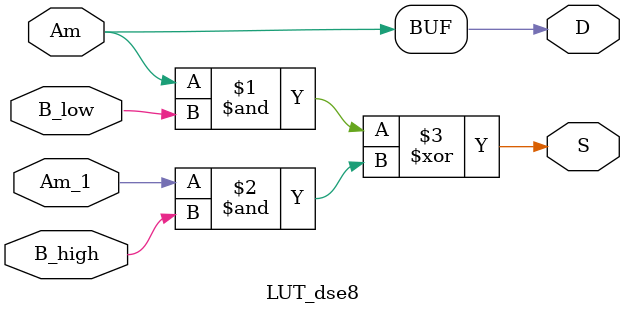
<source format=v>
`timescale 1ns/1ns
module LUT_dse8(
    input           Am          ,
    input           B_low       ,
    input           Am_1        ,
    input           B_high      ,
    output          S           ,
    output          D           //           
);

	assign D = Am;
	assign S = (Am & B_low) ^ (Am_1 & B_high);

endmodule // LUT_dse8


</source>
